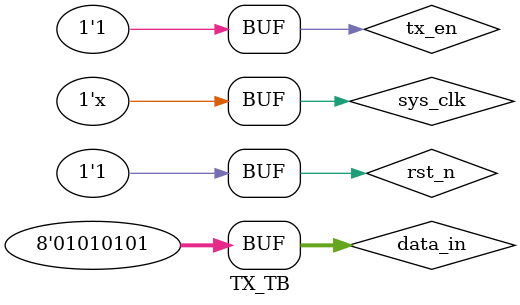
<source format=v>
`timescale  1ns/1ns

module TX_TB();

    reg       sys_clk;
    reg       rst_n;
    reg       tx_en;
    reg[7:0]  data_in;
    wire      busy_flag;
    wire      tx;
    
    
    //初始值
    initial begin
        sys_clk <= 1'b1;
        rst_n   <= 1'b0;
        tx_en   <= 1'b0;
        data_in <= 8'd0;
        #20;
        rst_n   <= 1'b1;        
        
        //测试在数据发送过程中拉低tx_en，TX模块是否仍在工作
        #200;
        data_in <= 8'd85;
        #100;
        tx_en   <= 1'b1;     
        #30000;
        tx_en   <= 1'b0;     


        #3000000;
        data_in <= 8'd179;
        #100;
        tx_en   <= 1'b1;  
        #30000;
        tx_en   <= 1'b0;  

        //测试在数据发送过程中重新拉高tx_en，TX模块是否还在发送原数据
        #500000;
        data_in <= 8'd85;
        #5000;
        tx_en   <= 1'b1;  
    end
    
    
    //时钟翻转
    always #10 sys_clk = ~sys_clk;
    
    



    TX  TX_inst(
            .sys_clk    (sys_clk   ), 
            .rst_n      (rst_n     ),      
            .data_in    (data_in   ),   
            .tx_en      (tx_en     ),  
            .busy_flag  (busy_flag ),  
            .tx         (tx        )  
        );  
    
endmodule
</source>
